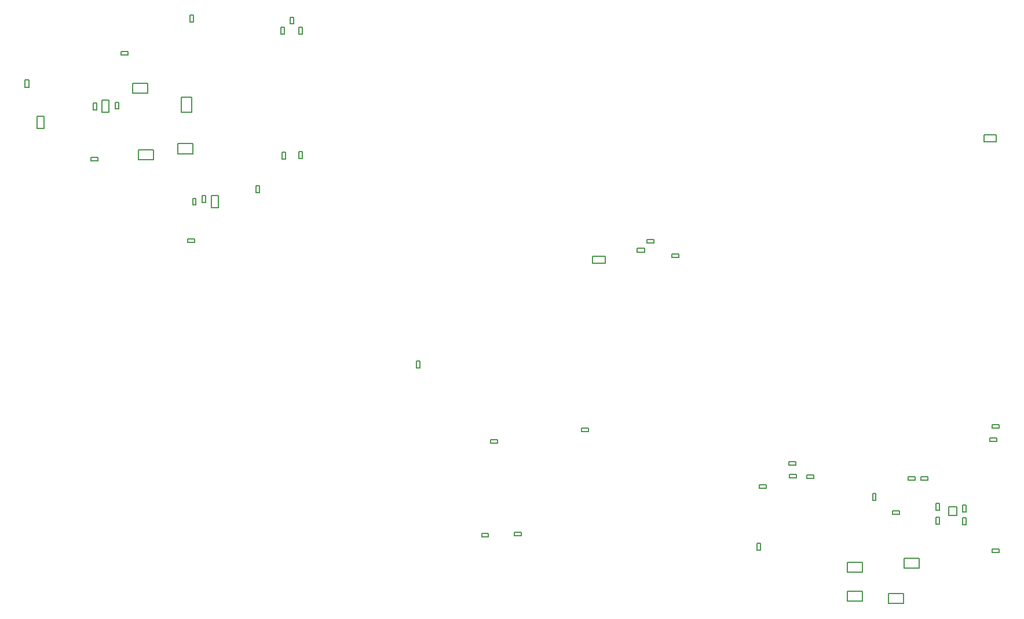
<source format=gbr>
G04*
G04 #@! TF.GenerationSoftware,Altium Limited,Altium Designer,23.7.1 (13)*
G04*
G04 Layer_Color=32768*
%FSLAX25Y25*%
%MOIN*%
G70*
G04*
G04 #@! TF.SameCoordinates,AF00DCEB-AC48-4C7C-91EA-99F42E284231*
G04*
G04*
G04 #@! TF.FilePolarity,Positive*
G04*
G01*
G75*
%ADD15C,0.00787*%
D15*
X595236Y-287728D02*
Y-283791D01*
Y-287728D02*
X597204D01*
Y-283791D01*
X595236D02*
X597204D01*
X545455Y-273819D02*
Y-269882D01*
X543487D02*
X545455D01*
X543487Y-273819D02*
Y-269882D01*
Y-273819D02*
X545455D01*
X581850Y-279460D02*
Y-275523D01*
X579882D02*
X581850D01*
X579882Y-279460D02*
Y-275523D01*
Y-279460D02*
X581850D01*
X579882Y-287334D02*
Y-283398D01*
Y-287334D02*
X581850D01*
Y-283398D01*
X579882D02*
X581850D01*
X554967Y-279770D02*
X558904D01*
X554967Y-281739D02*
Y-279770D01*
Y-281739D02*
X558904D01*
Y-279770D01*
X587192Y-282453D02*
X592113D01*
Y-277532D01*
X587192D02*
X592113D01*
X587192Y-282453D02*
Y-277532D01*
X597204Y-280248D02*
Y-276311D01*
X595236D02*
X597204D01*
X595236Y-280248D02*
Y-276311D01*
Y-280248D02*
X597204D01*
X476888Y-302356D02*
Y-298418D01*
Y-302356D02*
X478857D01*
Y-298418D01*
X476888D02*
X478857D01*
X482283Y-266732D02*
Y-264764D01*
X478346Y-266732D02*
X482283D01*
X478346D02*
Y-264764D01*
X482283D01*
X188779Y-92520D02*
X190748D01*
Y-96457D02*
Y-92520D01*
X188779Y-96457D02*
X190748D01*
X188779D02*
Y-92520D01*
X150766Y5912D02*
X152735D01*
Y1975D02*
Y5912D01*
X150766Y1975D02*
X152735D01*
X150766D02*
Y5912D01*
X499213Y-253346D02*
Y-251378D01*
X495276Y-253346D02*
X499213D01*
X495276D02*
Y-251378D01*
X499213D01*
X505709Y-261120D02*
Y-259152D01*
X509646D01*
Y-261120D02*
Y-259152D01*
X505709Y-261120D02*
X509646D01*
X499606Y-260827D02*
Y-258858D01*
X495669Y-260827D02*
X499606D01*
X495669D02*
Y-258858D01*
X499606D01*
X567913Y-262104D02*
Y-260135D01*
X563976Y-262104D02*
X567913D01*
X563976D02*
Y-260135D01*
X567913D01*
X571358Y-262106D02*
Y-260138D01*
X575295D01*
Y-262106D02*
Y-260138D01*
X571358Y-262106D02*
X575295D01*
X208465Y787D02*
X210433D01*
X208465D02*
Y4724D01*
X210433D01*
Y787D02*
Y4724D01*
X202854Y-4921D02*
X204823D01*
X202854D02*
Y-984D01*
X204823D01*
Y-4921D02*
Y-984D01*
X213189Y-5118D02*
X215158D01*
X213189D02*
Y-1181D01*
X215158D01*
Y-5118D02*
Y-1181D01*
X203553Y-73032D02*
X205521D01*
Y-76968D02*
Y-73032D01*
X203553Y-76968D02*
X205521D01*
X203553D02*
Y-73032D01*
X213189Y-72835D02*
X215158D01*
Y-76772D02*
Y-72835D01*
X213189Y-76772D02*
X215158D01*
X213189D02*
Y-72835D01*
X408071Y-128445D02*
X412402D01*
X408071Y-130610D02*
Y-128445D01*
Y-130610D02*
X412402D01*
Y-128445D01*
X413779Y-123425D02*
X417717D01*
X413779Y-125394D02*
Y-123425D01*
Y-125394D02*
X417717D01*
Y-123425D01*
X427953Y-131693D02*
X431890D01*
X427953Y-133661D02*
Y-131693D01*
Y-133661D02*
X431890D01*
Y-131693D01*
X55741Y-35728D02*
X57907D01*
X55741D02*
Y-31398D01*
X57907D01*
Y-35728D02*
Y-31398D01*
X111024Y-15157D02*
X114961D01*
X111024Y-17126D02*
Y-15157D01*
Y-17126D02*
X114961D01*
Y-15157D01*
X93701Y-78150D02*
Y-76181D01*
X97638D01*
Y-78150D02*
Y-76181D01*
X93701Y-78150D02*
X97638D01*
X107677Y-44230D02*
X109646D01*
Y-48167D02*
Y-44230D01*
X107677Y-48167D02*
X109646D01*
X107677D02*
Y-44230D01*
X280906Y-193307D02*
X282874D01*
Y-197244D02*
Y-193307D01*
X280906Y-197244D02*
X282874D01*
X280906D02*
Y-193307D01*
X337402Y-291929D02*
X341339D01*
X337402Y-293898D02*
Y-291929D01*
Y-293898D02*
X341339D01*
Y-291929D01*
X318504Y-292717D02*
X322441D01*
X318504Y-294685D02*
Y-292717D01*
Y-294685D02*
X322441D01*
Y-292717D01*
X323622Y-238779D02*
X327559D01*
X323622Y-240748D02*
Y-238779D01*
Y-240748D02*
X327559D01*
Y-238779D01*
X375984Y-233957D02*
X379921D01*
Y-231988D01*
X375984D02*
X379921D01*
X375984Y-233957D02*
Y-231988D01*
X552756Y-327461D02*
X561417D01*
X552756Y-333169D02*
Y-327461D01*
Y-333169D02*
X561417D01*
Y-327461D01*
X528888Y-331692D02*
X537550D01*
Y-325983D01*
X528888D02*
X537550D01*
X528888Y-331692D02*
Y-325983D01*
X561811Y-312697D02*
X570472D01*
Y-306988D01*
X561811D02*
X570472D01*
X561811Y-312697D02*
Y-306988D01*
X528888Y-315127D02*
X537550D01*
Y-309418D01*
X528888D02*
X537550D01*
X528888Y-315127D02*
Y-309418D01*
X117717Y-33366D02*
X126378D01*
X117717Y-39075D02*
Y-33366D01*
Y-39075D02*
X126378D01*
Y-33366D01*
X121073Y-77429D02*
X129734D01*
Y-71720D01*
X121073D02*
X129734D01*
X121073Y-77429D02*
Y-71720D01*
X152364Y-73927D02*
Y-68218D01*
X143702Y-73927D02*
X152364D01*
X143702D02*
Y-68218D01*
X152364D01*
X145778Y-41387D02*
X151486D01*
Y-50049D02*
Y-41387D01*
X145778Y-50049D02*
X151486D01*
X145778D02*
Y-41387D01*
X611024Y-239567D02*
X614961D01*
Y-237598D01*
X611024D02*
X614961D01*
X611024Y-239567D02*
Y-237598D01*
X612357Y-232087D02*
X616294D01*
Y-230118D01*
X612357D02*
X616294D01*
X612357Y-232087D02*
Y-230118D01*
X612303Y-303740D02*
X616240D01*
Y-301772D01*
X612303D02*
X616240D01*
X612303Y-303740D02*
Y-301772D01*
X382413Y-133071D02*
X389500D01*
X382413Y-137008D02*
Y-133071D01*
Y-137008D02*
X389500D01*
Y-133071D01*
X66496Y-59517D02*
Y-52430D01*
X62559D02*
X66496D01*
X62559Y-59517D02*
Y-52430D01*
Y-59517D02*
X66496D01*
X95079Y-44882D02*
X97047D01*
Y-48819D02*
Y-44882D01*
X95079Y-48819D02*
X97047D01*
X95079D02*
Y-44882D01*
X100000Y-42913D02*
X103937D01*
Y-50000D02*
Y-42913D01*
X100000Y-50000D02*
X103937D01*
X100000D02*
Y-42913D01*
X607480Y-62992D02*
X614567D01*
X607480Y-66929D02*
Y-62992D01*
Y-66929D02*
X614567D01*
Y-62992D01*
X149445Y-123228D02*
X153382D01*
X149445Y-125197D02*
Y-123228D01*
Y-125197D02*
X153382D01*
Y-123228D01*
X162992Y-105118D02*
Y-98032D01*
Y-105118D02*
X166929D01*
Y-98032D01*
X162992D02*
X166929D01*
X152165Y-103543D02*
Y-99606D01*
Y-103543D02*
X154134D01*
Y-99606D01*
X152165D02*
X154134D01*
X159646Y-101958D02*
Y-98021D01*
X157677D02*
X159646D01*
X157677Y-101958D02*
Y-98021D01*
Y-101958D02*
X159646D01*
M02*

</source>
